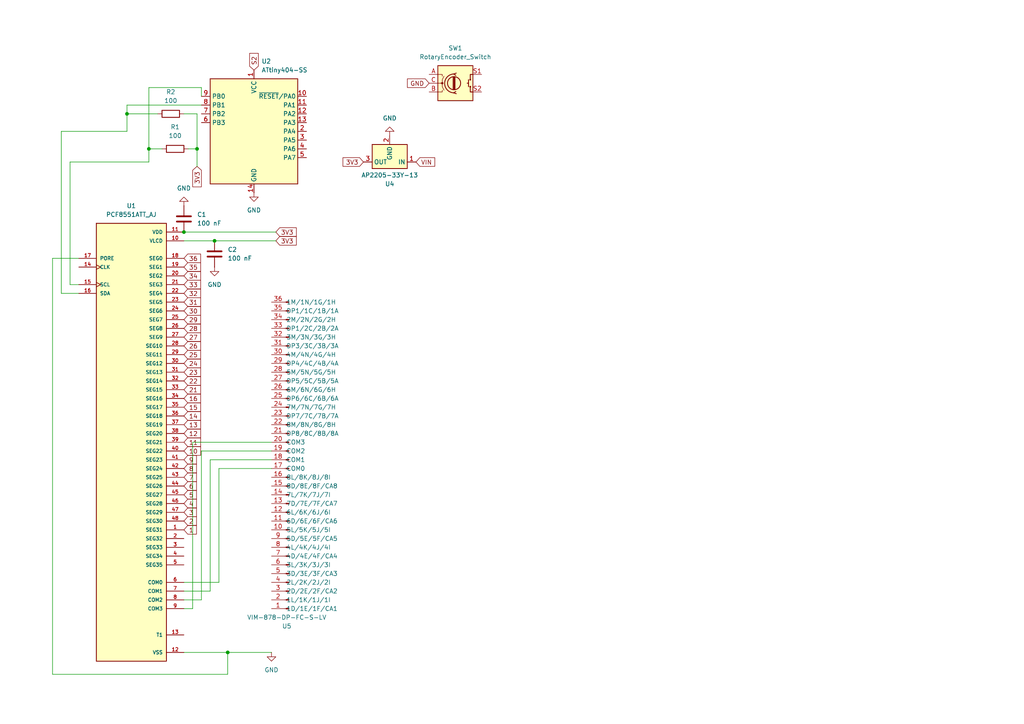
<source format=kicad_sch>
(kicad_sch (version 20231120) (generator "eeschema") (generator_version "8.0")
  (paper "A4")
  (lib_symbols
    (symbol "Device:C" (pin_numbers hide) (pin_names (offset 0.254))
      (property "Reference" "C" (at 0.635 2.54 0))
      (property "Value" "C" (at 0.635 -2.54 0))
      (symbol "C_0_1"
        (polyline (pts (xy -2.032 -0.762) (xy 2.032 -0.762)) (stroke (width 0.508)))
        (polyline (pts (xy -2.032 0.762) (xy 2.032 0.762)) (stroke (width 0.508)))
      )
      (symbol "C_1_1"
        (pin passive line (at 0 3.81 270) (length 2.794) (name "~") (number "1"))
        (pin passive line (at 0 -3.81 90) (length 2.794) (name "~") (number "2"))
      )
    )
    (symbol "Device:R" (pin_numbers hide) (pin_names (offset 0))
      (property "Reference" "R" (at 2.032 0 90))
      (property "Value" "R" (at 0 0 90))
      (symbol "R_0_1"
        (rectangle (start -1.016 -2.54) (end 1.016 2.54) (stroke (width 0.254)))
      )
      (symbol "R_1_1"
        (pin passive line (at 0 3.81 270) (length 1.27) (name "~") (number "1"))
        (pin passive line (at 0 -3.81 90) (length 1.27) (name "~") (number "2"))
      )
    )
    (symbol "power:GND" (power) (pin_numbers hide) (pin_names (offset 0) hide)
      (property "Value" "GND" (at 0 -3.81 0))
      (symbol "GND_0_1"
        (polyline (pts (xy 0 0) (xy 0 -1.27) (xy 1.27 -1.27) (xy 0 -2.54) (xy -1.27 -1.27) (xy 0 -1.27)))
      )
      (symbol "GND_1_1"
        (pin power_in line (at 0 0 270) (length 0) (name "~") (number "1"))
      )
    )
    (symbol "servo_tester_onboarding:AP2205-33Y-13"
      (property "Reference" "U" (at 0 0 0))
      (property "Value" "AP2205-33Y-13" (at 0 0 0))
      (symbol "AP2205-33Y-13_0_1"
        (rectangle (start -5.08 1.905) (end 5.08 -5.08) (stroke (width 0.254)) (fill (type background)))
      )
      (symbol "AP2205-33Y-13_1_1"
        (pin power_in line (at -7.62 0 0) (length 2.54) (name "IN") (number "1"))
        (pin power_in line (at 0 -7.62 90) (length 2.54) (name "GND") (number "2"))
        (pin power_out line (at 7.62 0 180) (length 2.54) (name "OUT") (number "3"))
      )
    )
    (symbol "servo_tester_onboarding:ATtiny404-SS"
      (property "Reference" "U1" (at 2.1941 20.32 0))
      (property "Value" "ATtiny404-SS" (at 2.1941 17.78 0))
      (symbol "ATtiny404-SS_0_1"
        (rectangle (start -12.7 -15.24) (end 12.7 15.24) (stroke (width 0.254)) (fill (type background)))
      )
      (symbol "ATtiny404-SS_1_1"
        (pin power_in line (at 0 17.78 270) (length 2.54) (name "VCC") (number "1"))
        (pin bidirectional line (at 15.24 10.16 180) (length 2.54) (name "~{RESET}/PA0") (number "10"))
        (pin bidirectional line (at 15.24 7.62 180) (length 2.54) (name "PA1") (number "11"))
        (pin bidirectional line (at 15.24 5.08 180) (length 2.54) (name "PA2") (number "12"))
        (pin bidirectional line (at 15.24 2.54 180) (length 2.54) (name "PA3") (number "13"))
        (pin power_in line (at 0 -17.78 90) (length 2.54) (name "GND") (number "14"))
        (pin bidirectional line (at 15.24 0 180) (length 2.54) (name "PA4") (number "2"))
        (pin bidirectional line (at 15.24 -2.54 180) (length 2.54) (name "PA5") (number "3"))
        (pin bidirectional line (at 15.24 -5.08 180) (length 2.54) (name "PA6") (number "4"))
        (pin bidirectional line (at 15.24 -7.62 180) (length 2.54) (name "PA7") (number "5"))
        (pin bidirectional line (at -15.24 2.54 0) (length 2.54) (name "PB3") (number "6"))
        (pin bidirectional line (at -15.24 5.08 0) (length 2.54) (name "PB2") (number "7"))
        (pin bidirectional line (at -15.24 7.62 0) (length 2.54) (name "PB1") (number "8"))
        (pin bidirectional line (at -15.24 10.16 0) (length 2.54) (name "PB0") (number "9"))
      )
    )
    (symbol "servo_tester_onboarding:PCF8551ATT_AJ" (pin_names (offset 1.016))
      (property "Reference" "U" (at -10.16 63.5 0))
      (property "Value" "PCF8551ATT_AJ" (at -10.16 -66.04 0))
      (symbol "PCF8551ATT_AJ_0_0"
        (rectangle (start -10.16 -63.5) (end 10.16 63.5) (stroke (width 0.254)) (fill (type background)))
        (pin output line (at 15.24 -25.4 180) (length 5.08) (name "SEG31") (number "1"))
        (pin power_in line (at 15.24 58.42 180) (length 5.08) (name "VLCD") (number "10"))
        (pin power_in line (at 15.24 60.96 180) (length 5.08) (name "VDD") (number "11"))
        (pin power_in line (at 15.24 -60.96 180) (length 5.08) (name "VSS") (number "12"))
        (pin passive line (at 15.24 -55.88 180) (length 5.08) (name "T1") (number "13"))
        (pin bidirectional clock (at -15.24 50.8 0) (length 5.08) (name "CLK") (number "14"))
        (pin input clock (at -15.24 45.72 0) (length 5.08) (name "SCL") (number "15"))
        (pin bidirectional line (at -15.24 43.18 0) (length 5.08) (name "SDA") (number "16"))
        (pin input line (at -15.24 53.34 0) (length 5.08) (name "PORE") (number "17"))
        (pin output line (at 15.24 53.34 180) (length 5.08) (name "SEG0") (number "18"))
        (pin output line (at 15.24 50.8 180) (length 5.08) (name "SEG1") (number "19"))
        (pin output line (at 15.24 -27.94 180) (length 5.08) (name "SEG32") (number "2"))
        (pin output line (at 15.24 48.26 180) (length 5.08) (name "SEG2") (number "20"))
        (pin output line (at 15.24 45.72 180) (length 5.08) (name "SEG3") (number "21"))
        (pin output line (at 15.24 43.18 180) (length 5.08) (name "SEG4") (number "22"))
        (pin output line (at 15.24 40.64 180) (length 5.08) (name "SEG5") (number "23"))
        (pin output line (at 15.24 38.1 180) (length 5.08) (name "SEG6") (number "24"))
        (pin output line (at 15.24 35.56 180) (length 5.08) (name "SEG7") (number "25"))
        (pin output line (at 15.24 33.02 180) (length 5.08) (name "SEG8") (number "26"))
        (pin output line (at 15.24 30.48 180) (length 5.08) (name "SEG9") (number "27"))
        (pin output line (at 15.24 27.94 180) (length 5.08) (name "SEG10") (number "28"))
        (pin output line (at 15.24 25.4 180) (length 5.08) (name "SEG11") (number "29"))
        (pin output line (at 15.24 -30.48 180) (length 5.08) (name "SEG33") (number "3"))
        (pin output line (at 15.24 22.86 180) (length 5.08) (name "SEG12") (number "30"))
        (pin output line (at 15.24 20.32 180) (length 5.08) (name "SEG13") (number "31"))
        (pin output line (at 15.24 17.78 180) (length 5.08) (name "SEG14") (number "32"))
        (pin output line (at 15.24 15.24 180) (length 5.08) (name "SEG15") (number "33"))
        (pin output line (at 15.24 12.7 180) (length 5.08) (name "SEG16") (number "34"))
        (pin output line (at 15.24 10.16 180) (length 5.08) (name "SEG17") (number "35"))
        (pin output line (at 15.24 7.62 180) (length 5.08) (name "SEG18") (number "36"))
        (pin output line (at 15.24 5.08 180) (length 5.08) (name "SEG19") (number "37"))
        (pin output line (at 15.24 2.54 180) (length 5.08) (name "SEG20") (number "38"))
        (pin output line (at 15.24 0 180) (length 5.08) (name "SEG21") (number "39"))
        (pin output line (at 15.24 -33.02 180) (length 5.08) (name "SEG34") (number "4"))
        (pin output line (at 15.24 -2.54 180) (length 5.08) (name "SEG22") (number "40"))
        (pin output line (at 15.24 -5.08 180) (length 5.08) (name "SEG23") (number "41"))
        (pin output line (at 15.24 -7.62 180) (length 5.08) (name "SEG24") (number "42"))
        (pin output line (at 15.24 -10.16 180) (length 5.08) (name "SEG25") (number "43"))
        (pin output line (at 15.24 -12.7 180) (length 5.08) (name "SEG26") (number "44"))
        (pin output line (at 15.24 -15.24 180) (length 5.08) (name "SEG27") (number "45"))
        (pin output line (at 15.24 -17.78 180) (length 5.08) (name "SEG28") (number "46"))
        (pin output line (at 15.24 -20.32 180) (length 5.08) (name "SEG29") (number "47"))
        (pin output line (at 15.24 -22.86 180) (length 5.08) (name "SEG30") (number "48"))
        (pin output line (at 15.24 -35.56 180) (length 5.08) (name "SEG35") (number "5"))
        (pin output line (at 15.24 -40.64 180) (length 5.08) (name "COM0") (number "6"))
        (pin output line (at 15.24 -43.18 180) (length 5.08) (name "COM1") (number "7"))
        (pin output line (at 15.24 -45.72 180) (length 5.08) (name "COM2") (number "8"))
        (pin output line (at 15.24 -48.26 180) (length 5.08) (name "COM3") (number "9"))
      )
    )
    (symbol "servo_tester_onboarding:RotaryEncoder_Switch" (pin_names (offset 0.254) hide)
      (property "Reference" "SW1" (at 0 9.525 0))
      (property "Value" "RotaryEncoder_Switch" (at 0 6.985 0))
      (symbol "RotaryEncoder_Switch_0_1"
        (rectangle (start -5.08 5.08) (end 5.08 -5.08) (stroke (width 0.254)) (fill (type background)))
        (circle (center -3.81 0) (radius 0.254) (fill (type outline)))
        (circle (center -0.381 0) (radius 1.905) (stroke (width 0.254)))
        (arc (start -0.381 2.667) (mid -3.0988 -0.0635) (end -0.381 -2.794) (stroke (width 0.254)))
        (polyline (pts (xy -0.635 -1.778) (xy -0.635 1.778)) (stroke (width 0.254)))
        (polyline (pts (xy -0.381 -1.778) (xy -0.381 1.778)) (stroke (width 0.254)))
        (polyline (pts (xy -0.127 1.778) (xy -0.127 -1.778)) (stroke (width 0.254)))
        (polyline (pts (xy 3.81 0) (xy 3.429 0)) (stroke (width 0.254)))
        (polyline (pts (xy 3.81 1.016) (xy 3.81 -1.016)) (stroke (width 0.254)))
        (polyline (pts (xy -5.08 -2.54) (xy -3.81 -2.54) (xy -3.81 -2.032)))
        (polyline (pts (xy -5.08 2.54) (xy -3.81 2.54) (xy -3.81 2.032)))
        (polyline (pts (xy 0.254 -3.048) (xy -0.508 -2.794) (xy 0.127 -2.413)) (stroke (width 0.254)))
        (polyline (pts (xy 0.254 2.921) (xy -0.508 2.667) (xy 0.127 2.286)) (stroke (width 0.254)))
        (polyline (pts (xy 5.08 -2.54) (xy 4.318 -2.54) (xy 4.318 -1.016)) (stroke (width 0.254)))
        (polyline (pts (xy 5.08 2.54) (xy 4.318 2.54) (xy 4.318 1.016)) (stroke (width 0.254)))
        (polyline (pts (xy -5.08 0) (xy -3.81 0) (xy -3.81 -1.016) (xy -3.302 -2.032)))
        (polyline (pts (xy -4.318 0) (xy -3.81 0) (xy -3.81 1.016) (xy -3.302 2.032)))
        (circle (center 4.318 -1.016) (radius 0.127) (stroke (width 0.254)))
        (circle (center 4.318 1.016) (radius 0.127) (stroke (width 0.254)))
      )
      (symbol "RotaryEncoder_Switch_1_1"
        (pin passive line (at -7.62 2.54 0) (length 2.54) (name "A") (number "A"))
        (pin passive line (at -7.62 -2.54 0) (length 2.54) (name "B") (number "B"))
        (pin passive line (at -7.62 0 0) (length 2.54) (name "C") (number "C"))
        (pin passive line (at 7.62 2.54 180) (length 2.54) (name "S1") (number "S1"))
        (pin passive line (at 7.62 -2.54 180) (length 2.54) (name "S2") (number "S2"))
      )
    )
    (symbol "servo_tester_onboarding:VIM-878-DP"
      (property "Reference" "U" (at -17.145 5.08 0))
      (property "Value" "VIM-878-DP-FC-S-LV" (at -18.415 2.54 0))
      (symbol "VIM-878-DP_1_1"
        (rectangle (start 0 -15.113) (end 0.8636 -15.367) (stroke (width 0.1524)) (fill (type outline)))
        (polyline (pts (xy 1.27 -45.72) (xy 0.8636 -45.72)) (stroke (width 0.1524)))
        (polyline (pts (xy 1.27 -43.18) (xy 0.8636 -43.18)) (stroke (width 0.1524)))
        (polyline (pts (xy 1.27 -40.64) (xy 0.8636 -40.64)) (stroke (width 0.1524)))
        (polyline (pts (xy 1.27 -38.1) (xy 0.8636 -38.1)) (stroke (width 0.1524)))
        (polyline (pts (xy 1.27 -35.56) (xy 0.8636 -35.56)) (stroke (width 0.1524)))
        (polyline (pts (xy 1.27 -33.02) (xy 0.8636 -33.02)) (stroke (width 0.1524)))
        (polyline (pts (xy 1.27 -30.48) (xy 0.8636 -30.48)) (stroke (width 0.1524)))
        (polyline (pts (xy 1.27 -27.94) (xy 0.8636 -27.94)) (stroke (width 0.1524)))
        (polyline (pts (xy 1.27 -25.4) (xy 0.8636 -25.4)) (stroke (width 0.1524)))
        (polyline (pts (xy 1.27 -22.86) (xy 0.8636 -22.86)) (stroke (width 0.1524)))
        (polyline (pts (xy 1.27 -20.32) (xy 0.8636 -20.32)) (stroke (width 0.1524)))
        (polyline (pts (xy 1.27 -17.78) (xy 0.8636 -17.78)) (stroke (width 0.1524)))
        (polyline (pts (xy 1.27 -15.24) (xy 0.8636 -15.24)) (stroke (width 0.1524)))
        (polyline (pts (xy 1.27 -12.7) (xy 0.8636 -12.7)) (stroke (width 0.1524)))
        (polyline (pts (xy 1.27 -10.16) (xy 0.8636 -10.16)) (stroke (width 0.1524)))
        (polyline (pts (xy 1.27 -7.62) (xy 0.8636 -7.62)) (stroke (width 0.1524)))
        (polyline (pts (xy 1.27 -5.08) (xy 0.8636 -5.08)) (stroke (width 0.1524)))
        (polyline (pts (xy 1.27 -2.54) (xy 0.8636 -2.54)) (stroke (width 0.1524)))
        (polyline (pts (xy 1.27 0) (xy 0.8636 0)) (stroke (width 0.1524)))
        (polyline (pts (xy 1.27 2.54) (xy 0.8636 2.54)) (stroke (width 0.1524)))
        (polyline (pts (xy 1.27 5.08) (xy 0.8636 5.08)) (stroke (width 0.1524)))
        (polyline (pts (xy 1.27 7.62) (xy 0.8636 7.62)) (stroke (width 0.1524)))
        (polyline (pts (xy 1.27 10.16) (xy 0.8636 10.16)) (stroke (width 0.1524)))
        (polyline (pts (xy 1.27 12.7) (xy 0.8636 12.7)) (stroke (width 0.1524)))
        (polyline (pts (xy 1.27 15.24) (xy 0.8636 15.24)) (stroke (width 0.1524)))
        (polyline (pts (xy 1.27 17.78) (xy 0.8636 17.78)) (stroke (width 0.1524)))
        (polyline (pts (xy 1.27 20.32) (xy 0.8636 20.32)) (stroke (width 0.1524)))
        (polyline (pts (xy 1.27 22.86) (xy 0.8636 22.86)) (stroke (width 0.1524)))
        (polyline (pts (xy 1.27 25.4) (xy 0.8636 25.4)) (stroke (width 0.1524)))
        (polyline (pts (xy 1.27 27.94) (xy 0.8636 27.94)) (stroke (width 0.1524)))
        (polyline (pts (xy 1.27 30.48) (xy 0.8636 30.48)) (stroke (width 0.1524)))
        (polyline (pts (xy 1.27 33.02) (xy 0.8636 33.02)) (stroke (width 0.1524)))
        (polyline (pts (xy 1.27 35.56) (xy 0.8636 35.56)) (stroke (width 0.1524)))
        (polyline (pts (xy 1.27 38.1) (xy 0.8636 38.1)) (stroke (width 0.1524)))
        (polyline (pts (xy 1.27 40.64) (xy 0.8636 40.64)) (stroke (width 0.1524)))
        (polyline (pts (xy 1.27 43.18) (xy 0.8636 43.18)) (stroke (width 0.1524)))
        (rectangle (start 0.8636 -45.593) (end 0 -45.847) (stroke (width 0.1524)) (fill (type outline)))
        (rectangle (start 0.8636 -43.053) (end 0 -43.307) (stroke (width 0.1524)) (fill (type outline)))
        (rectangle (start 0.8636 -40.513) (end 0 -40.767) (stroke (width 0.1524)) (fill (type outline)))
        (rectangle (start 0.8636 -37.973) (end 0 -38.227) (stroke (width 0.1524)) (fill (type outline)))
        (rectangle (start 0.8636 -35.433) (end 0 -35.687) (stroke (width 0.1524)) (fill (type outline)))
        (rectangle (start 0.8636 -32.893) (end 0 -33.147) (stroke (width 0.1524)) (fill (type outline)))
        (rectangle (start 0.8636 -30.353) (end 0 -30.607) (stroke (width 0.1524)) (fill (type outline)))
        (rectangle (start 0.8636 -27.813) (end 0 -28.067) (stroke (width 0.1524)) (fill (type outline)))
        (rectangle (start 0.8636 -25.273) (end 0 -25.527) (stroke (width 0.1524)) (fill (type outline)))
        (rectangle (start 0.8636 -22.733) (end 0 -22.987) (stroke (width 0.1524)) (fill (type outline)))
        (rectangle (start 0.8636 -20.193) (end 0 -20.447) (stroke (width 0.1524)) (fill (type outline)))
        (rectangle (start 0.8636 -17.653) (end 0 -17.907) (stroke (width 0.1524)) (fill (type outline)))
        (rectangle (start 0.8636 -12.573) (end 0 -12.827) (stroke (width 0.1524)) (fill (type outline)))
        (rectangle (start 0.8636 -10.033) (end 0 -10.287) (stroke (width 0.1524)) (fill (type outline)))
        (rectangle (start 0.8636 -7.493) (end 0 -7.747) (stroke (width 0.1524)) (fill (type outline)))
        (rectangle (start 0.8636 -4.953) (end 0 -5.207) (stroke (width 0.1524)) (fill (type outline)))
        (rectangle (start 0.8636 -2.413) (end 0 -2.667) (stroke (width 0.1524)) (fill (type outline)))
        (rectangle (start 0.8636 0.127) (end 0 -0.127) (stroke (width 0.1524)) (fill (type outline)))
        (rectangle (start 0.8636 2.667) (end 0 2.413) (stroke (width 0.1524)) (fill (type outline)))
        (rectangle (start 0.8636 5.207) (end 0 4.953) (stroke (width 0.1524)) (fill (type outline)))
        (rectangle (start 0.8636 7.747) (end 0 7.493) (stroke (width 0.1524)) (fill (type outline)))
        (rectangle (start 0.8636 10.287) (end 0 10.033) (stroke (width 0.1524)) (fill (type outline)))
        (rectangle (start 0.8636 12.827) (end 0 12.573) (stroke (width 0.1524)) (fill (type outline)))
        (rectangle (start 0.8636 15.367) (end 0 15.113) (stroke (width 0.1524)) (fill (type outline)))
        (rectangle (start 0.8636 17.907) (end 0 17.653) (stroke (width 0.1524)) (fill (type outline)))
        (rectangle (start 0.8636 20.447) (end 0 20.193) (stroke (width 0.1524)) (fill (type outline)))
        (rectangle (start 0.8636 22.987) (end 0 22.733) (stroke (width 0.1524)) (fill (type outline)))
        (rectangle (start 0.8636 25.527) (end 0 25.273) (stroke (width 0.1524)) (fill (type outline)))
        (rectangle (start 0.8636 28.067) (end 0 27.813) (stroke (width 0.1524)) (fill (type outline)))
        (rectangle (start 0.8636 30.607) (end 0 30.353) (stroke (width 0.1524)) (fill (type outline)))
        (rectangle (start 0.8636 33.147) (end 0 32.893) (stroke (width 0.1524)) (fill (type outline)))
        (rectangle (start 0.8636 35.687) (end 0 35.433) (stroke (width 0.1524)) (fill (type outline)))
        (rectangle (start 0.8636 38.227) (end 0 37.973) (stroke (width 0.1524)) (fill (type outline)))
        (rectangle (start 0.8636 40.767) (end 0 40.513) (stroke (width 0.1524)) (fill (type outline)))
        (rectangle (start 0.8636 43.307) (end 0 43.053) (stroke (width 0.1524)) (fill (type outline)))
        (pin passive line (at 5.08 43.18 180) (length 3.81) (name "1D/1E/1F/CA1") (number "1"))
        (pin passive line (at 5.08 20.32 180) (length 3.81) (name "5L/5K/5J/5I") (number "10"))
        (pin passive line (at 5.08 17.78 180) (length 3.81) (name "6D/6E/6F/CA6") (number "11"))
        (pin passive line (at 5.08 15.24 180) (length 3.81) (name "6L/6K/6J/6I") (number "12"))
        (pin passive line (at 5.08 12.7 180) (length 3.81) (name "7D/7E/7F/CA7") (number "13"))
        (pin passive line (at 5.08 10.16 180) (length 3.81) (name "7L/7K/7J/7I") (number "14"))
        (pin passive line (at 5.08 7.62 180) (length 3.81) (name "8D/8E/8F/CA8") (number "15"))
        (pin passive line (at 5.08 5.08 180) (length 3.81) (name "8L/8K/8J/8I") (number "16"))
        (pin passive line (at 5.08 2.54 180) (length 3.81) (name "COM0") (number "17"))
        (pin passive line (at 5.08 0 180) (length 3.81) (name "COM1") (number "18"))
        (pin passive line (at 5.08 -2.54 180) (length 3.81) (name "COM2") (number "19"))
        (pin passive line (at 5.08 40.64 180) (length 3.81) (name "1L/1K/1J/1I") (number "2"))
        (pin passive line (at 5.08 -5.08 180) (length 3.81) (name "COM3") (number "20"))
        (pin passive line (at 5.08 -7.62 180) (length 3.81) (name "DP8/8C/8B/8A") (number "21"))
        (pin passive line (at 5.08 -10.16 180) (length 3.81) (name "8M/8N/8G/8H") (number "22"))
        (pin passive line (at 5.08 -12.7 180) (length 3.81) (name "DP7/7C/7B/7A") (number "23"))
        (pin passive line (at 5.08 -15.24 180) (length 3.81) (name "7M/7N/7G/7H") (number "24"))
        (pin passive line (at 5.08 -17.78 180) (length 3.81) (name "DP6/6C/6B/6A") (number "25"))
        (pin passive line (at 5.08 -20.32 180) (length 3.81) (name "6M/6N/6G/6H") (number "26"))
        (pin passive line (at 5.08 -22.86 180) (length 3.81) (name "DP5/5C/5B/5A") (number "27"))
        (pin passive line (at 5.08 -25.4 180) (length 3.81) (name "5M/5N/5G/5H") (number "28"))
        (pin passive line (at 5.08 -27.94 180) (length 3.81) (name "DP4/4C/4B/4A") (number "29"))
        (pin passive line (at 5.08 38.1 180) (length 3.81) (name "2D/2E/2F/CA2") (number "3"))
        (pin passive line (at 5.08 -30.48 180) (length 3.81) (name "4M/4N/4G/4H") (number "30"))
        (pin passive line (at 5.08 -33.02 180) (length 3.81) (name "DP3/3C/3B/3A") (number "31"))
        (pin passive line (at 5.08 -35.56 180) (length 3.81) (name "3M/3N/3G/3H") (number "32"))
        (pin passive line (at 5.08 -38.1 180) (length 3.81) (name "DP1/2C/2B/2A") (number "33"))
        (pin passive line (at 5.08 -40.64 180) (length 3.81) (name "2M/2N/2G/2H") (number "34"))
        (pin passive line (at 5.08 -43.18 180) (length 3.81) (name "DP1/1C/1B/1A") (number "35"))
        (pin passive line (at 5.08 -45.72 180) (length 3.81) (name "1M/1N/1G/1H") (number "36"))
        (pin passive line (at 5.08 35.56 180) (length 3.81) (name "2L/2K/2J/2I") (number "4"))
        (pin passive line (at 5.08 33.02 180) (length 3.81) (name "3D/3E/3F/CA3") (number "5"))
        (pin passive line (at 5.08 30.48 180) (length 3.81) (name "3L/3K/3J/3I") (number "6"))
        (pin passive line (at 5.08 27.94 180) (length 3.81) (name "4D/4E/4F/CA4") (number "7"))
        (pin passive line (at 5.08 25.4 180) (length 3.81) (name "4L/4K/4J/4I") (number "8"))
        (pin passive line (at 5.08 22.86 180) (length 3.81) (name "5D/5E/5F/CA5") (number "9"))
      )
    )
  )
  (junction (at 66.04 189.23))
  (junction (at 36.83 33.02))
  (junction (at 43.18 43.18))
  (junction (at 53.34 67.31))
  (junction (at 57.15 43.18))
  (junction (at 62.23 69.85))
  (wire (pts (xy 53.34 171.45) (xy 60.96 171.45)))
  (wire (pts (xy 22.86 74.93) (xy 15.24 74.93)))
  (wire (pts (xy 15.24 195.58) (xy 66.04 195.58)))
  (wire (pts (xy 43.18 46.99) (xy 43.18 43.18)))
  (wire (pts (xy 62.23 69.85) (xy 80.01 69.85)))
  (wire (pts (xy 36.83 38.1) (xy 36.83 33.02)))
  (wire (pts (xy 43.18 43.18) (xy 43.18 25.4)))
  (wire (pts (xy 53.34 168.91) (xy 63.5 168.91)))
  (wire (pts (xy 43.18 25.4) (xy 58.42 25.4)))
  (wire (pts (xy 66.04 189.23) (xy 78.74 189.23)))
  (wire (pts (xy 20.32 82.55) (xy 20.32 46.99)))
  (wire (pts (xy 53.34 176.53) (xy 55.88 176.53)))
  (wire (pts (xy 36.83 33.02) (xy 36.83 30.48)))
  (wire (pts (xy 36.83 33.02) (xy 45.72 33.02)))
  (wire (pts (xy 17.78 38.1) (xy 36.83 38.1)))
  (wire (pts (xy 66.04 195.58) (xy 66.04 189.23)))
  (wire (pts (xy 63.5 168.91) (xy 63.5 135.89)))
  (wire (pts (xy 20.32 46.99) (xy 43.18 46.99)))
  (wire (pts (xy 66.04 189.23) (xy 53.34 189.23)))
  (wire (pts (xy 22.86 85.09) (xy 17.78 85.09)))
  (wire (pts (xy 53.34 33.02) (xy 57.15 33.02)))
  (wire (pts (xy 58.42 25.4) (xy 58.42 27.94)))
  (wire (pts (xy 57.15 43.18) (xy 57.15 48.26)))
  (wire (pts (xy 36.83 30.48) (xy 58.42 30.48)))
  (wire (pts (xy 53.34 69.85) (xy 62.23 69.85)))
  (wire (pts (xy 60.96 171.45) (xy 60.96 133.35)))
  (wire (pts (xy 53.34 173.99) (xy 58.42 173.99)))
  (wire (pts (xy 60.96 133.35) (xy 78.74 133.35)))
  (wire (pts (xy 17.78 85.09) (xy 17.78 38.1)))
  (wire (pts (xy 54.61 43.18) (xy 57.15 43.18)))
  (wire (pts (xy 43.18 43.18) (xy 46.99 43.18)))
  (wire (pts (xy 55.88 128.27) (xy 78.74 128.27)))
  (wire (pts (xy 58.42 130.81) (xy 78.74 130.81)))
  (wire (pts (xy 63.5 135.89) (xy 78.74 135.89)))
  (wire (pts (xy 22.86 82.55) (xy 20.32 82.55)))
  (wire (pts (xy 55.88 176.53) (xy 55.88 128.27)))
  (wire (pts (xy 53.34 67.31) (xy 80.01 67.31)))
  (wire (pts (xy 57.15 33.02) (xy 57.15 43.18)))
  (wire (pts (xy 15.24 74.93) (xy 15.24 195.58)))
  (wire (pts (xy 58.42 173.99) (xy 58.42 130.81)))
  (global_label "7" (shape input) (at 53.34 138.43 0) (property "Intersheetrefs" "${INTERSHEET_REFS}" (effects (hide yes))))
  (global_label "5" (shape input) (at 53.34 143.51 0) (property "Intersheetrefs" "${INTERSHEET_REFS}" (effects (hide yes))))
  (global_label "32" (shape input) (at 53.34 85.09 0) (property "Intersheetrefs" "${INTERSHEET_REFS}" (effects (hide yes))))
  (global_label "1" (shape input) (at 53.34 153.67 0) (property "Intersheetrefs" "${INTERSHEET_REFS}" (effects (hide yes))))
  (global_label "21" (shape input) (at 53.34 113.03 0) (property "Intersheetrefs" "${INTERSHEET_REFS}" (effects (hide yes))))
  (global_label "GND" (shape input) (at 124.46 24.13 180) (property "Intersheetrefs" "${INTERSHEET_REFS}" (effects (hide yes))))
  (global_label "6" (shape input) (at 53.34 140.97 0) (property "Intersheetrefs" "${INTERSHEET_REFS}" (effects (hide yes))))
  (global_label "2" (shape input) (at 53.34 151.13 0) (property "Intersheetrefs" "${INTERSHEET_REFS}" (effects (hide yes))))
  (global_label "10" (shape input) (at 53.34 130.81 0) (property "Intersheetrefs" "${INTERSHEET_REFS}" (effects (hide yes))))
  (global_label "34" (shape input) (at 53.34 80.01 0) (property "Intersheetrefs" "${INTERSHEET_REFS}" (effects (hide yes))))
  (global_label "11" (shape input) (at 53.34 128.27 0) (property "Intersheetrefs" "${INTERSHEET_REFS}" (effects (hide yes))))
  (global_label "3V3" (shape input) (at 57.15 48.26 270) (property "Intersheetrefs" "${INTERSHEET_REFS}" (effects (hide yes))))
  (global_label "25" (shape input) (at 53.34 102.87 0) (property "Intersheetrefs" "${INTERSHEET_REFS}" (effects (hide yes))))
  (global_label "13" (shape input) (at 53.34 123.19 0) (property "Intersheetrefs" "${INTERSHEET_REFS}" (effects (hide yes))))
  (global_label "23" (shape input) (at 53.34 107.95 0) (property "Intersheetrefs" "${INTERSHEET_REFS}" (effects (hide yes))))
  (global_label "29" (shape input) (at 53.34 92.71 0) (property "Intersheetrefs" "${INTERSHEET_REFS}" (effects (hide yes))))
  (global_label "33" (shape input) (at 53.34 82.55 0) (property "Intersheetrefs" "${INTERSHEET_REFS}" (effects (hide yes))))
  (global_label "36" (shape input) (at 53.34 74.93 0) (property "Intersheetrefs" "${INTERSHEET_REFS}" (effects (hide yes))))
  (global_label "31" (shape input) (at 53.34 87.63 0) (property "Intersheetrefs" "${INTERSHEET_REFS}" (effects (hide yes))))
  (global_label "28" (shape input) (at 53.34 95.25 0) (property "Intersheetrefs" "${INTERSHEET_REFS}" (effects (hide yes))))
  (global_label "S2" (shape input) (at 73.66 20.32 90) (property "Intersheetrefs" "${INTERSHEET_REFS}" (effects (hide yes))))
  (global_label "27" (shape input) (at 53.34 97.79 0) (property "Intersheetrefs" "${INTERSHEET_REFS}" (effects (hide yes))))
  (global_label "15" (shape input) (at 53.34 118.11 0) (property "Intersheetrefs" "${INTERSHEET_REFS}" (effects (hide yes))))
  (global_label "3" (shape input) (at 53.34 148.59 0) (property "Intersheetrefs" "${INTERSHEET_REFS}" (effects (hide yes))))
  (global_label "12" (shape input) (at 53.34 125.73 0) (property "Intersheetrefs" "${INTERSHEET_REFS}" (effects (hide yes))))
  (global_label "3V3" (shape input) (at 80.01 67.31 0) (property "Intersheetrefs" "${INTERSHEET_REFS}" (effects (hide yes))))
  (global_label "22" (shape input) (at 53.34 110.49 0) (property "Intersheetrefs" "${INTERSHEET_REFS}" (effects (hide yes))))
  (global_label "14" (shape input) (at 53.34 120.65 0) (property "Intersheetrefs" "${INTERSHEET_REFS}" (effects (hide yes))))
  (global_label "8" (shape input) (at 53.34 135.89 0) (property "Intersheetrefs" "${INTERSHEET_REFS}" (effects (hide yes))))
  (global_label "35" (shape input) (at 53.34 77.47 0) (property "Intersheetrefs" "${INTERSHEET_REFS}" (effects (hide yes))))
  (global_label "3V3" (shape input) (at 80.01 69.85 0) (property "Intersheetrefs" "${INTERSHEET_REFS}" (effects (hide yes))))
  (global_label "4" (shape input) (at 53.34 146.05 0) (property "Intersheetrefs" "${INTERSHEET_REFS}" (effects (hide yes))))
  (global_label "16" (shape input) (at 53.34 115.57 0) (property "Intersheetrefs" "${INTERSHEET_REFS}" (effects (hide yes))))
  (global_label "VIN" (shape input) (at 120.65 46.99 0) (property "Intersheetrefs" "${INTERSHEET_REFS}" (effects (hide yes))))
  (global_label "30" (shape input) (at 53.34 90.17 0) (property "Intersheetrefs" "${INTERSHEET_REFS}" (effects (hide yes))))
  (global_label "3V3" (shape input) (at 105.41 46.99 180) (property "Intersheetrefs" "${INTERSHEET_REFS}" (effects (hide yes))))
  (global_label "24" (shape input) (at 53.34 105.41 0) (property "Intersheetrefs" "${INTERSHEET_REFS}" (effects (hide yes))))
  (global_label "26" (shape input) (at 53.34 100.33 0) (property "Intersheetrefs" "${INTERSHEET_REFS}" (effects (hide yes))))
  (global_label "9" (shape input) (at 53.34 133.35 0) (property "Intersheetrefs" "${INTERSHEET_REFS}" (effects (hide yes))))
  (symbol (lib_id "power:GND") (at 78.74 189.23 0) (unit 1)
    (property "Reference" "#PWR07" (effects (hide yes)))
    (property "Value" "GND" (at 78.74 194.31 0))
    (property "Description" "Power symbol creates a global label with name \"GND\" , ground" (effects (hide yes)))
  )
  (symbol (lib_id "servo_tester_onboarding:ATtiny404-SS") (at 73.66 38.1 0) (unit 1)
    (property "Reference" "U2" (at 75.8541 17.78 0) (effects (justify left)))
    (property "Value" "ATtiny404-SS" (at 75.8541 20.32 0) (effects (justify left)))
    (property "Footprint" "Package_SO:SOIC-14_3.9x8.7mm_P1.27mm" (effects (hide yes)))
    (property "Datasheet" "http://ww1.microchip.com/downloads/en/DeviceDoc/50002687A.pdf" (effects (hide yes)))
  )
  (symbol (lib_id "power:GND") (at 73.66 55.88 0) (unit 1)
    (property "Reference" "#PWR04" (effects (hide yes)))
    (property "Value" "GND" (at 73.66 60.96 0))
    (property "Description" "Power symbol creates a global label with name \"GND\" , ground" (effects (hide yes)))
  )
  (symbol (lib_id "Device:R") (at 49.53 33.02 90) (unit 1)
    (property "Reference" "R2" (at 49.53 26.67 90))
    (property "Value" "100" (at 49.53 29.21 90))
    (property "Description" "Resistor" (effects (hide yes)))
  )
  (symbol (lib_id "servo_tester_onboarding:PCF8551ATT_AJ") (at 38.1 128.27 0) (unit 1)
    (property "Reference" "U1" (at 38.1 59.69 0))
    (property "Value" "PCF8551ATT_AJ" (at 38.1 62.23 0))
    (property "Footprint" "servo_tester:SOP50P810X120-48N" (effects (hide yes)))
    (property "Datasheet" "https://www.nxp.com/docs/en/data-sheet/PCF8551.pdf" (effects (hide yes)))
    (property "Description" "IC DRVR 7 SEGMENT 48TSSOP" (effects (hide yes)))
    (property "MF" "NXP USA" (effects (hide yes)))
    (property "Package" "TSSOP-48 NXP Semiconductors" (effects (hide yes)))
    (property "Price" "None" (effects (hide yes)))
    (property "Check_prices" "https://www.snapeda.com/parts/PCF8551ATT/AJ/NXP+USA+Inc./view-part/?ref=eda" (effects (hide yes)))
    (property "STANDARD" "IPC 7351B" (effects (hide yes)))
    (property "PARTREV" "2" (effects (hide yes)))
    (property "SnapEDA_Link" "https://www.snapeda.com/parts/PCF8551ATT/AJ/NXP+USA+Inc./view-part/?ref=snap" (effects (hide yes)))
    (property "MP" "PCF8551ATT/AJ" (effects (hide yes)))
    (property "Availability" "In Stock" (effects (hide yes)))
    (property "MANUFACTURER" "NXP" (effects (hide yes)))
    (property "Digi" "https://www.digikey.com/en/products/detail/nxp-usa-inc/PCF8551ATT-AY/15221921" (effects (hide yes)))
  )
  (symbol (lib_id "power:GND") (at 62.23 77.47 0) (unit 1)
    (property "Reference" "#PWR06" (effects (hide yes)))
    (property "Value" "GND" (at 62.23 82.55 0))
    (property "Description" "Power symbol creates a global label with name \"GND\" , ground" (effects (hide yes)))
  )
  (symbol (lib_id "Device:C") (at 53.34 63.5 0) (unit 1)
    (property "Reference" "C1" (at 57.15 62.2299 0) (effects (justify left)))
    (property "Value" "100 nF" (at 57.15 64.7699 0) (effects (justify left)))
    (property "Description" "Unpolarized capacitor" (effects (hide yes)))
  )
  (symbol (lib_id "power:GND") (at 113.03 39.37 180) (unit 1)
    (property "Reference" "#PWR01" (effects (hide yes)))
    (property "Value" "GND" (at 113.03 34.29 0))
    (property "Description" "Power symbol creates a global label with name \"GND\" , ground" (effects (hide yes)))
  )
  (symbol (lib_id "Device:C") (at 62.23 73.66 0) (unit 1)
    (property "Reference" "C2" (at 66.04 72.3899 0) (effects (justify left)))
    (property "Value" "100 nF" (at 66.04 74.9299 0) (effects (justify left)))
    (property "Description" "Unpolarized capacitor" (effects (hide yes)))
  )
  (symbol (lib_id "servo_tester_onboarding:RotaryEncoder_Switch") (at 132.08 24.13 0) (unit 1)
    (property "Reference" "SW1" (at 132.08 13.97 0))
    (property "Value" "RotaryEncoder_Switch" (at 132.08 16.51 0))
    (property "Footprint" "Rotary_Encoder:RotaryEncoder_Bourns_Vertical_PEC12R-3xxxF-Sxxxx" (effects (hide yes)))
    (property "Datasheet" "https://www.bourns.com/docs/Product-Datasheets/PEC12R.pdf" (effects (hide yes)))
    (property "Digi" "https://www.digikey.com/en/products/detail/bourns-inc/PEC12R-4217F-S0012/4699281" (effects (hide yes)))
  )
  (symbol (lib_id "power:GND") (at 53.34 59.69 180) (unit 1)
    (property "Reference" "#PWR05" (effects (hide yes)))
    (property "Value" "GND" (at 53.34 54.61 0))
    (property "Description" "Power symbol creates a global label with name \"GND\" , ground" (effects (hide yes)))
  )
  (symbol (lib_id "servo_tester_onboarding:VIM-878-DP") (at 83.82 133.35 180) (unit 1)
    (property "Reference" "U5" (at 83.185 181.61 0))
    (property "Value" "VIM-878-DP-FC-S-LV" (at 83.185 179.07 0))
    (property "Datasheet" "https://mm.digikey.com/Volume0/opasdata/d220001/medias/docus/693/VIM-878.pdf" (effects (hide yes)))
    (property "Digi" "https://www.digikey.com/en/products/detail/varitronix/VIM-878-DP-FC-S-LV/1118603" (effects (hide yes)))
  )
  (symbol (lib_id "Device:R") (at 50.8 43.18 90) (unit 1)
    (property "Reference" "R1" (at 50.8 36.83 90))
    (property "Value" "100" (at 50.8 39.37 90))
    (property "Description" "Resistor" (effects (hide yes)))
  )
  (symbol (lib_id "servo_tester_onboarding:AP2205-33Y-13") (at 113.03 46.99 180) (unit 1)
    (property "Reference" "U4" (at 113.03 53.34 0))
    (property "Value" "AP2205-33Y-13" (at 113.03 50.8 0))
    (property "Footprint" "Package_TO_SOT_SMD:SOT-89-3_Handsoldering" (effects (hide yes)))
    (property "Datasheet" "https://www.diodes.com/assets/Datasheets/AP2205.pdf" (effects (hide yes)))
    (property "Digi" "https://www.digikey.com/en/products/detail/diodes-incorporated/AP2205-33Y-13/10107162" (effects (hide yes)))
  )
)
</source>
